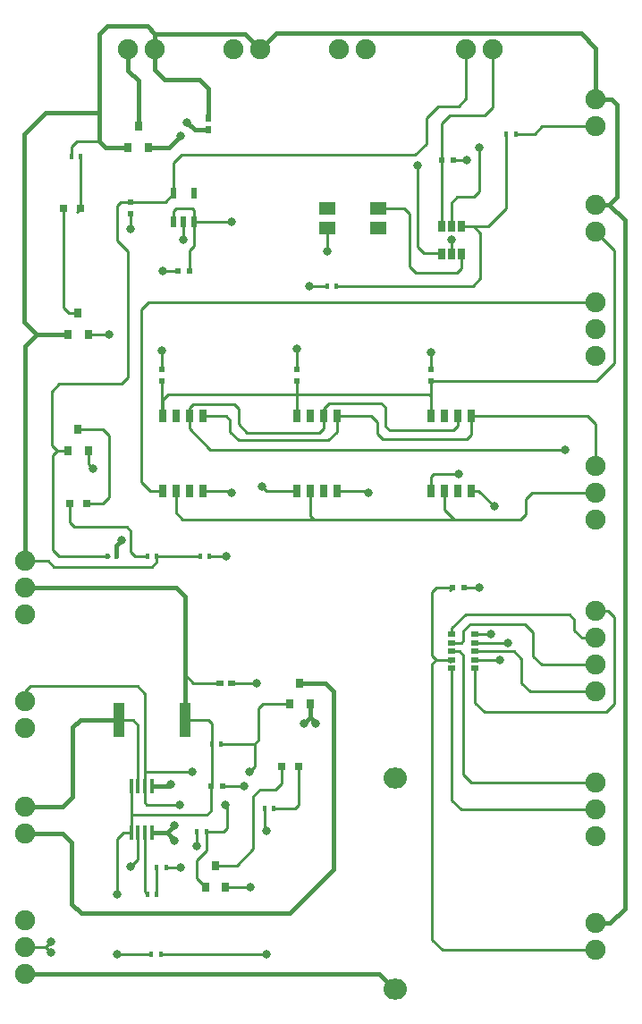
<source format=gbr>
G04 #@! TF.FileFunction,Copper,L1,Top,Signal*
%FSLAX46Y46*%
G04 Gerber Fmt 4.6, Leading zero omitted, Abs format (unit mm)*
G04 Created by KiCad (PCBNEW 4.0.4-stable) date Wednesday, May 24, 2017 'PMt' 11:27:01 PM*
%MOMM*%
%LPD*%
G01*
G04 APERTURE LIST*
%ADD10C,0.100000*%
%ADD11R,0.400000X0.600000*%
%ADD12R,0.600000X0.500000*%
%ADD13R,0.500000X0.600000*%
%ADD14O,2.200000X1.950000*%
%ADD15R,0.800000X0.800000*%
%ADD16R,0.800000X0.900000*%
%ADD17R,1.000000X3.200000*%
%ADD18R,1.550000X1.300000*%
%ADD19R,0.760000X1.200000*%
%ADD20R,0.800000X0.500000*%
%ADD21R,0.750000X1.000000*%
%ADD22R,0.600000X1.050000*%
%ADD23R,0.450000X1.450000*%
%ADD24R,0.600000X0.800000*%
%ADD25R,0.800000X0.600000*%
%ADD26C,1.900000*%
%ADD27C,0.800000*%
%ADD28C,0.250000*%
%ADD29C,0.400000*%
%ADD30C,0.254000*%
G04 APERTURE END LIST*
D10*
D11*
X223450000Y-109000000D03*
X222550000Y-109000000D03*
D12*
X226550000Y-82000000D03*
X225450000Y-82000000D03*
D13*
X221000000Y-75450000D03*
X221000000Y-76550000D03*
D12*
X251450000Y-112000000D03*
X252550000Y-112000000D03*
D14*
X246000000Y-130000000D03*
X246000000Y-150000000D03*
D12*
X228550000Y-130800000D03*
X229650000Y-130800000D03*
D13*
X223900000Y-91350000D03*
X223900000Y-92450000D03*
X236700000Y-91350000D03*
X236700000Y-92450000D03*
X249400000Y-92450000D03*
X249400000Y-91350000D03*
D12*
X251550000Y-71500000D03*
X250450000Y-71500000D03*
D15*
X214600000Y-76100000D03*
X216200000Y-76100000D03*
X216800000Y-104000000D03*
X215200000Y-104000000D03*
D16*
X237000000Y-121000000D03*
X236040000Y-123000000D03*
X237950000Y-123000000D03*
X221700000Y-68300000D03*
X220740000Y-70300000D03*
X222650000Y-70300000D03*
X216000000Y-86000000D03*
X215040000Y-88000000D03*
X216950000Y-88000000D03*
X216000000Y-97000000D03*
X215040000Y-99000000D03*
X216950000Y-99000000D03*
D11*
X257450000Y-69000000D03*
X256550000Y-69000000D03*
X240450000Y-83400000D03*
X239550000Y-83400000D03*
X229550000Y-126800000D03*
X228650000Y-126800000D03*
X215350000Y-71200000D03*
X216250000Y-71200000D03*
X227550000Y-109000000D03*
X228450000Y-109000000D03*
X218750000Y-109000000D03*
X219650000Y-109000000D03*
X222550000Y-141000000D03*
X223450000Y-141000000D03*
D17*
X226100000Y-124500000D03*
X219900000Y-124500000D03*
D18*
X244425000Y-77950000D03*
X244425000Y-76050000D03*
X239575000Y-76050000D03*
X239575000Y-77950000D03*
D19*
X225265000Y-102800000D03*
X226535000Y-102800000D03*
X227805000Y-102800000D03*
X223995000Y-102800000D03*
X223995000Y-95720000D03*
X225265000Y-95720000D03*
X226535000Y-95720000D03*
X227805000Y-95720000D03*
X237965000Y-102800000D03*
X239235000Y-102800000D03*
X240505000Y-102800000D03*
X236695000Y-102800000D03*
X236695000Y-95720000D03*
X237965000Y-95720000D03*
X239235000Y-95720000D03*
X240505000Y-95720000D03*
X250665000Y-102800000D03*
X251935000Y-102800000D03*
X253205000Y-102800000D03*
X249395000Y-102800000D03*
X249395000Y-95720000D03*
X250665000Y-95720000D03*
X251935000Y-95720000D03*
X253205000Y-95720000D03*
D20*
X253600000Y-118000000D03*
X251400000Y-118000000D03*
X253600000Y-118800000D03*
X253600000Y-119600000D03*
X253600000Y-117200000D03*
X253600000Y-116400000D03*
X251400000Y-117200000D03*
X251400000Y-116400000D03*
X251400000Y-118800000D03*
X251400000Y-119600000D03*
D21*
X251380000Y-80360000D03*
X250430000Y-80360000D03*
X252330000Y-80360000D03*
X252330000Y-77760000D03*
X251380000Y-77760000D03*
X250430000Y-77760000D03*
D22*
X225050000Y-77350000D03*
X226000000Y-77350000D03*
X226950000Y-77350000D03*
X225050000Y-74650000D03*
X226950000Y-74650000D03*
D23*
X221675000Y-135200000D03*
X221025000Y-135200000D03*
X222325000Y-135200000D03*
X222975000Y-135200000D03*
X221025000Y-130800000D03*
X221675000Y-130800000D03*
X222325000Y-130800000D03*
X222975000Y-130800000D03*
D24*
X228300000Y-67550000D03*
X228300000Y-68650000D03*
D25*
X229450000Y-121000000D03*
X230550000Y-121000000D03*
D15*
X235300000Y-128900000D03*
X236900000Y-128900000D03*
D11*
X233650000Y-132900000D03*
X234550000Y-132900000D03*
X227250000Y-135100000D03*
X228150000Y-135100000D03*
X223850000Y-146700000D03*
X222950000Y-146700000D03*
D16*
X229000000Y-138300000D03*
X228040000Y-140300000D03*
X229950000Y-140300000D03*
D11*
X223450000Y-138500000D03*
X224350000Y-138500000D03*
D26*
X220730000Y-61000000D03*
X223270000Y-61000000D03*
X211000000Y-135270000D03*
X211000000Y-132730000D03*
X211000000Y-122730000D03*
X211000000Y-125270000D03*
X230730000Y-61000000D03*
X233270000Y-61000000D03*
X265000000Y-146270000D03*
X265000000Y-143730000D03*
X243270000Y-61000000D03*
X240730000Y-61000000D03*
X255270000Y-61000000D03*
X252730000Y-61000000D03*
X265000000Y-78270000D03*
X265000000Y-75730000D03*
X265000000Y-65730000D03*
X265000000Y-68270000D03*
X265000000Y-135540000D03*
X265000000Y-133000000D03*
X265000000Y-130460000D03*
X211000000Y-114540000D03*
X211000000Y-112000000D03*
X211000000Y-109460000D03*
X211000000Y-143460000D03*
X211000000Y-146000000D03*
X211000000Y-148540000D03*
X265000000Y-84960000D03*
X265000000Y-87500000D03*
X265000000Y-90040000D03*
X265000000Y-100460000D03*
X265000000Y-103000000D03*
X265000000Y-105540000D03*
X265000000Y-119270000D03*
X265000000Y-116730000D03*
X265000000Y-114190000D03*
X265000000Y-121810000D03*
D27*
X230500000Y-77300000D03*
X255400000Y-104300000D03*
X220100000Y-107500000D03*
X226300000Y-67900000D03*
X255100000Y-116400000D03*
X225700000Y-69200000D03*
X217400000Y-100700000D03*
X218900000Y-88000000D03*
X230000000Y-109000000D03*
X237900000Y-83400000D03*
X239600000Y-80100000D03*
X251400000Y-79000000D03*
X252800000Y-71500000D03*
X249400000Y-89700000D03*
X236700000Y-89400000D03*
X223900000Y-89500000D03*
X230500000Y-103000000D03*
X243500000Y-103000000D03*
X254000000Y-112000000D03*
X226000000Y-79000000D03*
X224000000Y-82000000D03*
X221000000Y-78000000D03*
X255900000Y-118800000D03*
X219700000Y-141000000D03*
X219700000Y-146700000D03*
X225700000Y-138500000D03*
X213400000Y-146500000D03*
X213400000Y-145500000D03*
X232300000Y-140300000D03*
X227200000Y-136400000D03*
X232900000Y-121000000D03*
X231700000Y-130800000D03*
X238500000Y-124800000D03*
X237400000Y-124800000D03*
X224800000Y-130600000D03*
X225100000Y-135900000D03*
X225100000Y-134500000D03*
X262100000Y-98900000D03*
X233400000Y-102400000D03*
X252000000Y-101200000D03*
X229900000Y-132500000D03*
X225600000Y-132500000D03*
X232200000Y-129400000D03*
X226800000Y-129400000D03*
X221000000Y-138400000D03*
X254000000Y-70300000D03*
X248100000Y-72000000D03*
X256700000Y-117200000D03*
X233800000Y-135000000D03*
X233800000Y-146700000D03*
D28*
X226950000Y-77350000D02*
X230450000Y-77350000D01*
X230450000Y-77350000D02*
X230500000Y-77300000D01*
X226950000Y-77350000D02*
X226950000Y-76250000D01*
X225050000Y-76350000D02*
X225050000Y-77350000D01*
X225300000Y-76100000D02*
X225050000Y-76350000D01*
X226800000Y-76100000D02*
X225300000Y-76100000D01*
X226950000Y-76250000D02*
X226800000Y-76100000D01*
X226550000Y-82000000D02*
X226550000Y-80050000D01*
X226950000Y-79650000D02*
X226950000Y-77350000D01*
X226550000Y-80050000D02*
X226950000Y-79650000D01*
X253205000Y-102800000D02*
X253900000Y-102800000D01*
X253900000Y-102800000D02*
X255400000Y-104300000D01*
D29*
X219650000Y-109000000D02*
X219650000Y-107950000D01*
X219650000Y-107950000D02*
X220100000Y-107500000D01*
X211000000Y-148540000D02*
X244540000Y-148540000D01*
X244540000Y-148540000D02*
X246000000Y-150000000D01*
X228300000Y-68650000D02*
X227050000Y-68650000D01*
X227050000Y-68650000D02*
X226300000Y-67900000D01*
D28*
X253600000Y-116400000D02*
X255100000Y-116400000D01*
D29*
X222650000Y-70300000D02*
X224600000Y-70300000D01*
X224600000Y-70300000D02*
X225700000Y-69200000D01*
X245540000Y-149540000D02*
X246000000Y-150000000D01*
D28*
X216950000Y-99000000D02*
X216950000Y-100250000D01*
X216950000Y-100250000D02*
X217400000Y-100700000D01*
X216950000Y-88000000D02*
X218900000Y-88000000D01*
X228450000Y-109000000D02*
X230000000Y-109000000D01*
X239550000Y-83400000D02*
X237900000Y-83400000D01*
X239575000Y-77950000D02*
X239575000Y-80075000D01*
X239575000Y-80075000D02*
X239600000Y-80100000D01*
X251380000Y-80360000D02*
X251380000Y-79020000D01*
X251380000Y-79020000D02*
X251400000Y-79000000D01*
X251550000Y-71500000D02*
X252800000Y-71500000D01*
X249400000Y-91350000D02*
X249400000Y-89700000D01*
X236700000Y-91350000D02*
X236700000Y-89400000D01*
X223900000Y-91350000D02*
X223900000Y-89500000D01*
D30*
X227805000Y-102800000D02*
X230300000Y-102800000D01*
X230300000Y-102800000D02*
X230500000Y-103000000D01*
X240505000Y-102800000D02*
X243300000Y-102800000D01*
X243300000Y-102800000D02*
X243500000Y-103000000D01*
X252550000Y-112000000D02*
X254000000Y-112000000D01*
D28*
X226000000Y-77350000D02*
X226000000Y-79000000D01*
X225450000Y-82000000D02*
X224000000Y-82000000D01*
X221000000Y-76550000D02*
X221000000Y-78000000D01*
X247900000Y-71000000D02*
X248950000Y-69950000D01*
X252730000Y-61000000D02*
X252730000Y-65670000D01*
X252000000Y-66400000D02*
X252730000Y-65670000D01*
X250100000Y-66400000D02*
X252000000Y-66400000D01*
X248950000Y-67550000D02*
X250100000Y-66400000D01*
X248950000Y-69950000D02*
X248950000Y-67550000D01*
X225050000Y-71750000D02*
X225800000Y-71000000D01*
X225800000Y-71000000D02*
X247900000Y-71000000D01*
X225050000Y-71750000D02*
X225050000Y-71900000D01*
X252730000Y-61970000D02*
X252730000Y-61000000D01*
X215040000Y-99000000D02*
X214000000Y-99000000D01*
X214000000Y-99000000D02*
X213500000Y-98500000D01*
X220050000Y-75450000D02*
X221000000Y-75450000D01*
X219700000Y-75800000D02*
X220050000Y-75450000D01*
X219700000Y-79100000D02*
X219700000Y-75800000D01*
X220700000Y-80100000D02*
X219700000Y-79100000D01*
X220700000Y-92100000D02*
X220700000Y-80100000D01*
X220100000Y-92700000D02*
X220700000Y-92100000D01*
X214200000Y-92700000D02*
X220100000Y-92700000D01*
X213500000Y-93400000D02*
X214200000Y-92700000D01*
X213500000Y-98500000D02*
X213500000Y-93400000D01*
X218750000Y-109000000D02*
X214200000Y-109000000D01*
X213600000Y-99400000D02*
X214000000Y-99000000D01*
X213600000Y-108400000D02*
X213600000Y-99400000D01*
X214200000Y-109000000D02*
X213600000Y-108400000D01*
X225050000Y-74650000D02*
X225050000Y-71900000D01*
X225050000Y-71900000D02*
X225050000Y-71850000D01*
X221000000Y-75450000D02*
X224250000Y-75450000D01*
X224250000Y-75450000D02*
X225050000Y-74650000D01*
X218750000Y-109000000D02*
X218900000Y-109000000D01*
X218900000Y-109000000D02*
X218740000Y-108840000D01*
X249500000Y-119200000D02*
X249500000Y-145300000D01*
X265000000Y-146270000D02*
X250470000Y-146270000D01*
X249500000Y-119200000D02*
X249900000Y-118800000D01*
X249500000Y-145300000D02*
X250470000Y-146270000D01*
X251400000Y-118800000D02*
X249900000Y-118800000D01*
X251450000Y-112000000D02*
X249900000Y-112000000D01*
X249500000Y-118400000D02*
X249900000Y-118800000D01*
X249500000Y-112400000D02*
X249500000Y-118400000D01*
X249900000Y-112000000D02*
X249500000Y-112400000D01*
X251200000Y-119000000D02*
X251400000Y-118800000D01*
D30*
X251200000Y-112250000D02*
X251450000Y-112000000D01*
D28*
X253600000Y-118800000D02*
X255900000Y-118800000D01*
X229450000Y-121000000D02*
X226900000Y-121000000D01*
X226900000Y-121000000D02*
X226100000Y-120200000D01*
D29*
X223800000Y-112000000D02*
X225300000Y-112000000D01*
X226100000Y-112800000D02*
X226100000Y-120200000D01*
X226100000Y-120200000D02*
X226100000Y-124500000D01*
X225300000Y-112000000D02*
X226100000Y-112800000D01*
D28*
X226100000Y-124500000D02*
X228300000Y-124500000D01*
X228300000Y-124500000D02*
X228650000Y-124850000D01*
X228650000Y-124850000D02*
X228650000Y-126800000D01*
X220300000Y-135200000D02*
X219700000Y-135800000D01*
X219700000Y-135800000D02*
X219700000Y-141000000D01*
X221025000Y-135200000D02*
X220300000Y-135200000D01*
X219700000Y-146700000D02*
X222950000Y-146700000D01*
X228200000Y-133500000D02*
X228600000Y-133100000D01*
X221025000Y-133500000D02*
X228200000Y-133500000D01*
X228600000Y-133100000D02*
X228600000Y-130850000D01*
X228600000Y-130850000D02*
X228550000Y-130800000D01*
X228650000Y-126800000D02*
X228650000Y-130700000D01*
X228650000Y-130700000D02*
X228550000Y-130800000D01*
D29*
X211000000Y-112000000D02*
X223800000Y-112000000D01*
X223800000Y-112000000D02*
X223900000Y-112000000D01*
D28*
X221025000Y-135200000D02*
X221025000Y-133500000D01*
X221025000Y-133500000D02*
X221025000Y-130800000D01*
X224350000Y-138500000D02*
X225700000Y-138500000D01*
X212900000Y-146000000D02*
X213400000Y-146500000D01*
X211000000Y-146000000D02*
X212900000Y-146000000D01*
X212900000Y-146000000D02*
X213400000Y-145500000D01*
X229950000Y-140300000D02*
X232300000Y-140300000D01*
X227250000Y-135100000D02*
X227250000Y-136350000D01*
X227250000Y-136350000D02*
X227200000Y-136400000D01*
X230550000Y-121000000D02*
X232900000Y-121000000D01*
X229650000Y-130800000D02*
X231700000Y-130800000D01*
D29*
X237950000Y-124250000D02*
X238500000Y-124800000D01*
X237950000Y-123000000D02*
X237950000Y-124250000D01*
X237950000Y-124250000D02*
X237400000Y-124800000D01*
X222975000Y-130800000D02*
X224600000Y-130800000D01*
X224600000Y-130800000D02*
X224800000Y-130600000D01*
X224400000Y-135200000D02*
X225100000Y-135900000D01*
X222975000Y-135200000D02*
X224400000Y-135200000D01*
X224400000Y-135200000D02*
X225100000Y-134500000D01*
D28*
X249400000Y-92450000D02*
X265050000Y-92450000D01*
X266750000Y-80020000D02*
X265000000Y-78270000D01*
X266750000Y-90750000D02*
X266750000Y-80020000D01*
X265050000Y-92450000D02*
X266750000Y-90750000D01*
X249395000Y-95720000D02*
X249395000Y-93895000D01*
X249200000Y-93700000D02*
X236700000Y-93700000D01*
X249395000Y-93895000D02*
X249200000Y-93700000D01*
X223995000Y-95720000D02*
X223995000Y-94205000D01*
X223995000Y-94205000D02*
X224500000Y-93700000D01*
X224500000Y-93700000D02*
X236700000Y-93700000D01*
X249395000Y-95720000D02*
X249395000Y-92455000D01*
X249395000Y-92455000D02*
X249400000Y-92450000D01*
X236700000Y-92450000D02*
X236700000Y-93700000D01*
X236700000Y-93700000D02*
X236700000Y-95715000D01*
X236700000Y-95715000D02*
X236695000Y-95720000D01*
X223900000Y-92450000D02*
X223900000Y-95625000D01*
X223900000Y-95625000D02*
X223995000Y-95720000D01*
X250450000Y-71500000D02*
X250450000Y-68050000D01*
X255270000Y-66530000D02*
X255270000Y-61000000D01*
X254500000Y-67300000D02*
X255270000Y-66530000D01*
X251200000Y-67300000D02*
X254500000Y-67300000D01*
X250450000Y-68050000D02*
X251200000Y-67300000D01*
X250430000Y-77760000D02*
X250430000Y-71520000D01*
X250430000Y-71520000D02*
X250450000Y-71500000D01*
X214600000Y-76100000D02*
X214600000Y-85500000D01*
X215100000Y-86000000D02*
X216000000Y-86000000D01*
X214600000Y-85500000D02*
X215100000Y-86000000D01*
X216250000Y-71200000D02*
X216250000Y-76050000D01*
X216250000Y-76050000D02*
X216200000Y-76100000D01*
X215850000Y-76450000D02*
X216200000Y-76100000D01*
X216800000Y-104000000D02*
X218300000Y-104000000D01*
X218300000Y-97000000D02*
X216000000Y-97000000D01*
X218900000Y-97600000D02*
X218300000Y-97000000D01*
X218900000Y-103400000D02*
X218900000Y-97600000D01*
X218300000Y-104000000D02*
X218900000Y-103400000D01*
X222550000Y-109000000D02*
X221400000Y-109000000D01*
X215200000Y-105800000D02*
X215200000Y-104000000D01*
X215600000Y-106200000D02*
X215200000Y-105800000D01*
X220600000Y-106200000D02*
X215600000Y-106200000D01*
X221000000Y-106600000D02*
X220600000Y-106200000D01*
X221000000Y-108600000D02*
X221000000Y-106600000D01*
X221400000Y-109000000D02*
X221000000Y-108600000D01*
X240505000Y-95720000D02*
X243720000Y-95720000D01*
X253205000Y-97495000D02*
X253205000Y-95720000D01*
X252800000Y-97900000D02*
X253205000Y-97495000D01*
X244800000Y-97900000D02*
X252800000Y-97900000D01*
X244300000Y-97400000D02*
X244800000Y-97900000D01*
X244300000Y-96300000D02*
X244300000Y-97400000D01*
X243720000Y-95720000D02*
X244300000Y-96300000D01*
X227805000Y-95720000D02*
X230020000Y-95720000D01*
X240505000Y-97195000D02*
X240505000Y-95720000D01*
X239700000Y-98000000D02*
X240505000Y-97195000D01*
X231200000Y-98000000D02*
X239700000Y-98000000D01*
X230400000Y-97200000D02*
X231200000Y-98000000D01*
X230400000Y-96100000D02*
X230400000Y-97200000D01*
X230020000Y-95720000D02*
X230400000Y-96100000D01*
X253205000Y-95720000D02*
X264220000Y-95720000D01*
X264220000Y-95720000D02*
X265000000Y-96500000D01*
X265000000Y-96500000D02*
X265000000Y-99960000D01*
X265000000Y-103000000D02*
X259000000Y-103000000D01*
X256500000Y-105500000D02*
X251600000Y-105500000D01*
X257900000Y-105500000D02*
X256500000Y-105500000D01*
X258400000Y-105000000D02*
X257900000Y-105500000D01*
X258400000Y-103600000D02*
X258400000Y-105000000D01*
X259000000Y-103000000D02*
X258400000Y-103600000D01*
X250665000Y-102800000D02*
X250665000Y-104565000D01*
X250665000Y-104565000D02*
X251600000Y-105500000D01*
X237965000Y-102800000D02*
X237965000Y-105165000D01*
X238300000Y-105500000D02*
X238400000Y-105500000D01*
X237965000Y-105165000D02*
X238300000Y-105500000D01*
X225265000Y-102800000D02*
X225265000Y-104865000D01*
X225900000Y-105500000D02*
X238400000Y-105500000D01*
X238400000Y-105500000D02*
X251600000Y-105500000D01*
X225265000Y-104865000D02*
X225900000Y-105500000D01*
X259000000Y-98900000D02*
X262100000Y-98900000D01*
X228500000Y-98900000D02*
X259000000Y-98900000D01*
X226535000Y-96935000D02*
X228500000Y-98900000D01*
X226535000Y-95720000D02*
X226535000Y-96935000D01*
X239235000Y-95720000D02*
X239235000Y-95065000D01*
X251935000Y-96665000D02*
X251935000Y-95720000D01*
X251500000Y-97100000D02*
X251935000Y-96665000D01*
X245500000Y-97100000D02*
X251500000Y-97100000D01*
X245100000Y-96700000D02*
X245500000Y-97100000D01*
X245100000Y-94900000D02*
X245100000Y-96700000D01*
X244700000Y-94500000D02*
X245100000Y-94900000D01*
X239800000Y-94500000D02*
X244700000Y-94500000D01*
X239235000Y-95065000D02*
X239800000Y-94500000D01*
X226535000Y-95720000D02*
X226535000Y-94965000D01*
X239235000Y-96865000D02*
X239235000Y-95720000D01*
X238800000Y-97300000D02*
X239235000Y-96865000D01*
X232000000Y-97300000D02*
X238800000Y-97300000D01*
X231200000Y-96500000D02*
X232000000Y-97300000D01*
X231200000Y-95000000D02*
X231200000Y-96500000D01*
X230800000Y-94600000D02*
X231200000Y-95000000D01*
X226900000Y-94600000D02*
X230800000Y-94600000D01*
X226535000Y-94965000D02*
X226900000Y-94600000D01*
X223995000Y-102800000D02*
X222800000Y-102800000D01*
X222640000Y-84960000D02*
X265000000Y-84960000D01*
X222000000Y-85600000D02*
X222640000Y-84960000D01*
X222000000Y-102000000D02*
X222000000Y-85600000D01*
X222800000Y-102800000D02*
X222000000Y-102000000D01*
X236695000Y-102800000D02*
X233800000Y-102800000D01*
X233800000Y-102800000D02*
X233400000Y-102400000D01*
X249395000Y-102800000D02*
X249395000Y-101505000D01*
X249700000Y-101200000D02*
X252000000Y-101200000D01*
X249395000Y-101505000D02*
X249700000Y-101200000D01*
D29*
X220730000Y-61000000D02*
X220730000Y-63030000D01*
X221700000Y-64000000D02*
X221700000Y-68300000D01*
X220730000Y-63030000D02*
X221700000Y-64000000D01*
X265000000Y-65730000D02*
X265000000Y-60900000D01*
X234770000Y-59500000D02*
X233270000Y-61000000D01*
X263600000Y-59500000D02*
X234770000Y-59500000D01*
X265000000Y-60900000D02*
X263600000Y-59500000D01*
X265000000Y-143730000D02*
X266370000Y-143730000D01*
X267750000Y-77210000D02*
X266270000Y-75730000D01*
X267750000Y-142350000D02*
X267750000Y-77210000D01*
X266370000Y-143730000D02*
X267750000Y-142350000D01*
X265000000Y-65730000D02*
X266480000Y-65730000D01*
X267000000Y-75000000D02*
X266270000Y-75730000D01*
X267000000Y-66250000D02*
X267000000Y-75000000D01*
X266480000Y-65730000D02*
X267000000Y-66250000D01*
X266270000Y-75730000D02*
X265000000Y-75730000D01*
X233270000Y-61000000D02*
X233270000Y-60530000D01*
X223270000Y-59530000D02*
X231800000Y-59530000D01*
X231800000Y-59530000D02*
X233270000Y-61000000D01*
X218000000Y-59600000D02*
X218800000Y-58800000D01*
X218000000Y-67000000D02*
X218000000Y-59600000D01*
X222540000Y-58800000D02*
X223270000Y-59530000D01*
X218800000Y-58800000D02*
X222540000Y-58800000D01*
X223270000Y-61000000D02*
X223270000Y-62970000D01*
X228300000Y-64700000D02*
X228300000Y-67550000D01*
X227500000Y-63900000D02*
X228300000Y-64700000D01*
X224200000Y-63900000D02*
X227500000Y-63900000D01*
X223270000Y-62970000D02*
X224200000Y-63900000D01*
X212100000Y-88000000D02*
X210900000Y-86800000D01*
X212900000Y-67000000D02*
X218000000Y-67000000D01*
X210900000Y-69000000D02*
X212900000Y-67000000D01*
X210900000Y-86800000D02*
X210900000Y-69000000D01*
X211000000Y-109460000D02*
X211000000Y-89100000D01*
X212100000Y-88000000D02*
X215040000Y-88000000D01*
X211000000Y-89100000D02*
X212100000Y-88000000D01*
D28*
X218000000Y-69700000D02*
X215900000Y-69700000D01*
X215350000Y-70250000D02*
X215350000Y-71200000D01*
X215900000Y-69700000D02*
X215350000Y-70250000D01*
D29*
X218000000Y-68000000D02*
X218000000Y-69700000D01*
X218000000Y-67000000D02*
X218000000Y-68000000D01*
X223270000Y-59530000D02*
X223230000Y-59530000D01*
X218600000Y-70300000D02*
X220740000Y-70300000D01*
X218000000Y-69700000D02*
X218600000Y-70300000D01*
X223270000Y-59530000D02*
X223270000Y-61000000D01*
D28*
X211000000Y-109460000D02*
X213160000Y-109460000D01*
X223450000Y-109550000D02*
X223450000Y-109000000D01*
X223000000Y-110000000D02*
X223450000Y-109550000D01*
X213700000Y-110000000D02*
X223000000Y-110000000D01*
X213160000Y-109460000D02*
X213700000Y-110000000D01*
X223450000Y-109000000D02*
X227550000Y-109000000D01*
X223270000Y-61000000D02*
X223270000Y-60230000D01*
D29*
X219900000Y-124500000D02*
X219000000Y-124500000D01*
X214570000Y-132730000D02*
X215500000Y-131800000D01*
X215500000Y-131800000D02*
X215500000Y-125200000D01*
X216200000Y-124500000D02*
X219000000Y-124500000D01*
X216200000Y-124500000D02*
X215500000Y-125200000D01*
X214570000Y-132730000D02*
X211000000Y-132730000D01*
D28*
X221225000Y-124525000D02*
X219925000Y-124525000D01*
D29*
X219925000Y-124525000D02*
X219900000Y-124500000D01*
D28*
X221675000Y-124975000D02*
X221675000Y-130800000D01*
X221200000Y-124500000D02*
X221225000Y-124525000D01*
X221225000Y-124525000D02*
X221675000Y-124975000D01*
X222325000Y-129400000D02*
X222325000Y-122025000D01*
X211000000Y-121800000D02*
X211000000Y-122730000D01*
X211500000Y-121300000D02*
X211000000Y-121800000D01*
X221600000Y-121300000D02*
X211500000Y-121300000D01*
X222325000Y-122025000D02*
X221600000Y-121300000D01*
X228150000Y-135100000D02*
X228150000Y-136850000D01*
X227200000Y-139460000D02*
X228040000Y-140300000D01*
X227200000Y-137800000D02*
X227200000Y-139460000D01*
X228150000Y-136850000D02*
X227200000Y-137800000D01*
X228150000Y-135100000D02*
X229800000Y-135100000D01*
X229800000Y-135100000D02*
X230140000Y-134760000D01*
X222325000Y-130800000D02*
X222325000Y-132325000D01*
X230140000Y-132740000D02*
X230140000Y-134760000D01*
X229900000Y-132500000D02*
X230140000Y-132740000D01*
X222500000Y-132500000D02*
X225600000Y-132500000D01*
X222325000Y-132325000D02*
X222500000Y-132500000D01*
X222325000Y-129400000D02*
X222325000Y-129400000D01*
X222325000Y-129400000D02*
X226800000Y-129400000D01*
X232700000Y-128900000D02*
X232700000Y-126800000D01*
X232200000Y-129400000D02*
X232700000Y-128900000D01*
X222325000Y-130800000D02*
X222325000Y-129400000D01*
X229550000Y-126800000D02*
X232700000Y-126800000D01*
X233500000Y-123000000D02*
X236040000Y-123000000D01*
X232700000Y-126800000D02*
X233100000Y-126400000D01*
X233100000Y-126400000D02*
X233100000Y-123400000D01*
X233100000Y-123400000D02*
X233500000Y-123000000D01*
X222325000Y-130800000D02*
X222325000Y-129275000D01*
X221675000Y-137725000D02*
X221000000Y-138400000D01*
X221675000Y-137725000D02*
X221675000Y-135200000D01*
X251400000Y-117200000D02*
X252300000Y-117200000D01*
X259870000Y-119270000D02*
X265000000Y-119270000D01*
X259100000Y-118500000D02*
X259870000Y-119270000D01*
X259100000Y-116200000D02*
X259100000Y-118500000D01*
X258300000Y-115400000D02*
X259100000Y-116200000D01*
X253100000Y-115400000D02*
X258300000Y-115400000D01*
X252500000Y-116000000D02*
X253100000Y-115400000D01*
X252500000Y-117000000D02*
X252500000Y-116000000D01*
X252300000Y-117200000D02*
X252500000Y-117000000D01*
D30*
X251400000Y-117200000D02*
X251720000Y-117200000D01*
D28*
X265000000Y-116730000D02*
X263730000Y-116730000D01*
X251400000Y-115800000D02*
X252700000Y-114500000D01*
X252700000Y-114500000D02*
X258900000Y-114500000D01*
X251400000Y-115800000D02*
X251400000Y-116400000D01*
X262500000Y-114500000D02*
X258900000Y-114500000D01*
X263000000Y-115000000D02*
X262500000Y-114500000D01*
X263000000Y-116000000D02*
X263000000Y-115000000D01*
X263730000Y-116730000D02*
X263000000Y-116000000D01*
X253600000Y-119600000D02*
X253600000Y-122850000D01*
X266190000Y-114190000D02*
X265000000Y-114190000D01*
X266750000Y-114750000D02*
X266190000Y-114190000D01*
X266750000Y-123000000D02*
X266750000Y-114750000D01*
X266000000Y-123750000D02*
X266750000Y-123000000D01*
X254500000Y-123750000D02*
X266000000Y-123750000D01*
X253600000Y-122850000D02*
X254500000Y-123750000D01*
X253600000Y-118000000D02*
X257250000Y-118000000D01*
X258810000Y-121810000D02*
X265000000Y-121810000D01*
X258000000Y-121000000D02*
X258810000Y-121810000D01*
X258000000Y-118750000D02*
X258000000Y-121000000D01*
X257250000Y-118000000D02*
X258000000Y-118750000D01*
X251380000Y-77760000D02*
X251380000Y-75520000D01*
X251900000Y-75000000D02*
X251380000Y-75520000D01*
X253500000Y-75000000D02*
X251900000Y-75000000D01*
X254000000Y-74500000D02*
X253500000Y-75000000D01*
X254000000Y-70300000D02*
X254000000Y-74500000D01*
X248700000Y-80300000D02*
X250370000Y-80300000D01*
X248100000Y-79700000D02*
X248700000Y-80300000D01*
X248100000Y-72000000D02*
X248100000Y-79700000D01*
X250370000Y-80300000D02*
X250430000Y-80360000D01*
X253600000Y-117200000D02*
X256700000Y-117200000D01*
X251400000Y-119600000D02*
X251400000Y-132100000D01*
X252300000Y-133000000D02*
X265000000Y-133000000D01*
X251400000Y-132100000D02*
X252300000Y-133000000D01*
X265000000Y-130460000D02*
X253260000Y-130460000D01*
X252100000Y-118000000D02*
X251400000Y-118000000D01*
X252500000Y-118400000D02*
X252100000Y-118000000D01*
X252500000Y-129700000D02*
X252500000Y-118400000D01*
X253260000Y-130460000D02*
X252500000Y-129700000D01*
X264540000Y-130000000D02*
X265000000Y-130460000D01*
X257450000Y-69000000D02*
X259200000Y-69000000D01*
X259930000Y-68270000D02*
X265000000Y-68270000D01*
X259200000Y-69000000D02*
X259930000Y-68270000D01*
X256550000Y-69000000D02*
X256550000Y-76050000D01*
X254840000Y-77760000D02*
X253460000Y-77760000D01*
X256550000Y-76050000D02*
X254840000Y-77760000D01*
X240450000Y-83400000D02*
X253400000Y-83400000D01*
X253460000Y-77760000D02*
X252330000Y-77760000D01*
X254100000Y-78400000D02*
X253460000Y-77760000D01*
X254100000Y-82700000D02*
X254100000Y-78400000D01*
X253400000Y-83400000D02*
X254100000Y-82700000D01*
X222325000Y-135200000D02*
X222325000Y-140775000D01*
X222325000Y-140775000D02*
X222550000Y-141000000D01*
X244425000Y-76050000D02*
X246850000Y-76050000D01*
X252330000Y-81770000D02*
X252330000Y-80360000D01*
X251900000Y-82200000D02*
X252330000Y-81770000D01*
X248000000Y-82200000D02*
X251900000Y-82200000D01*
X247400000Y-81600000D02*
X248000000Y-82200000D01*
X247400000Y-76600000D02*
X247400000Y-81600000D01*
X246850000Y-76050000D02*
X247400000Y-76600000D01*
D29*
X211000000Y-135270000D02*
X214570000Y-135270000D01*
X215400000Y-141900000D02*
X216300000Y-142800000D01*
X216300000Y-142800000D02*
X236000000Y-142800000D01*
X236000000Y-142800000D02*
X240200000Y-138600000D01*
X240200000Y-138600000D02*
X240200000Y-121800000D01*
X240200000Y-121800000D02*
X239400000Y-121000000D01*
X239400000Y-121000000D02*
X237000000Y-121000000D01*
X215400000Y-136100000D02*
X215400000Y-141900000D01*
X214570000Y-135270000D02*
X215400000Y-136100000D01*
D28*
X229000000Y-138300000D02*
X231000000Y-138300000D01*
X235300000Y-130500000D02*
X235300000Y-128900000D01*
X234700000Y-131100000D02*
X235300000Y-130500000D01*
X233200000Y-131100000D02*
X234700000Y-131100000D01*
X232600000Y-131700000D02*
X233200000Y-131100000D01*
X232600000Y-136700000D02*
X232600000Y-131700000D01*
X231000000Y-138300000D02*
X232600000Y-136700000D01*
X234550000Y-132900000D02*
X236500000Y-132900000D01*
X236900000Y-132500000D02*
X236900000Y-128900000D01*
X236500000Y-132900000D02*
X236900000Y-132500000D01*
X223850000Y-146700000D02*
X233800000Y-146700000D01*
X233650000Y-134850000D02*
X233650000Y-132900000D01*
X233800000Y-135000000D02*
X233650000Y-134850000D01*
X223450000Y-138500000D02*
X223450000Y-141000000D01*
M02*

</source>
